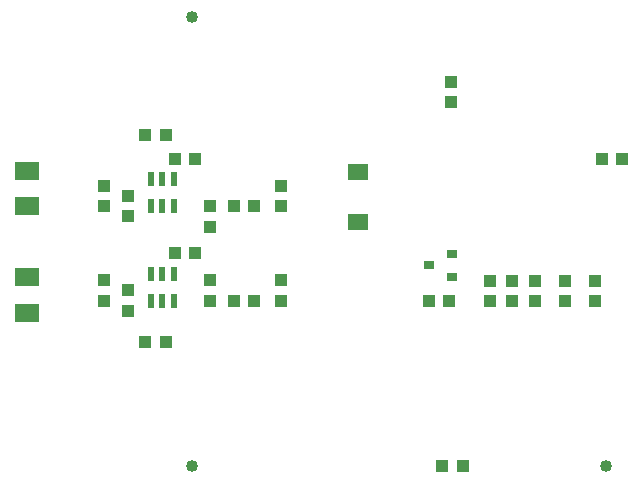
<source format=gbr>
%FSTAX24Y24*%
%MOIN*%
%IN SPASTE1.GBR *%
%ADD10C,0.0400*%
%ADD11R,0.0236X0.0472*%
%ADD12R,0.0350X0.0310*%
%ADD13R,0.0413X0.0425*%
%ADD14R,0.0425X0.0413*%
%ADD15R,0.0661X0.0520*%
%ADD16R,0.0787X0.0591*%
D13*X007571Y012008D03*X00689D03*D16*X002953Y010827D03*D13*
X007571Y005118D03*X00689D03*D16*X002953Y006102D03*D13*X0221Y01122D03*
X022781D03*D14*X006299Y009305D03*Y006156D03*D13*X01702Y006496D03*
X017467Y000984D03*X010524Y006496D03*D14*X011417D03*X006299Y006837D03*
X01837Y006476D03*X01912D03*X01987D03*X02087D03*D12*X017126Y007303D03*
Y008051D03*D10*X022244Y000984D03*X008465D03*Y015945D03*D14*
X011417Y009646D03*D13*X010524D03*D14*X02187Y007157D03*
X017081Y013788D03*Y013107D03*D12*X016339Y007677D03*D13*Y006496D03*D14*
X005512Y007177D03*D13*X007874Y008071D03*D11*X007835Y007402D03*D14*
X011417Y007177D03*D13*X016785Y000984D03*D14*X005512Y010327D03*D13*
X007874Y01122D03*D11*X007835Y010551D03*D14*X02187Y006476D03*
X02087Y007157D03*X01987D03*X01912D03*X01837D03*D13*X008555Y008071D03*
D14*X009055Y007177D03*Y008965D03*D13*X008555Y01122D03*D14*
X011417Y010327D03*D15*X013975Y010784D03*D11*X007087Y009646D03*D14*
X005512D03*D16*X002953D03*D11*X007461D03*X007835D03*D14*X009055D03*D13*
X009843D03*D11*X007461Y010551D03*X007087D03*D14*X006299Y009986D03*D11*
X007087Y006496D03*D14*X005512D03*D16*X002953Y007283D03*D11*
X007461Y006496D03*X007835D03*D14*X009055D03*D13*X009843D03*D11*
X007461Y007402D03*X007087D03*D15*X013975Y009106D03*
M02*
</source>
